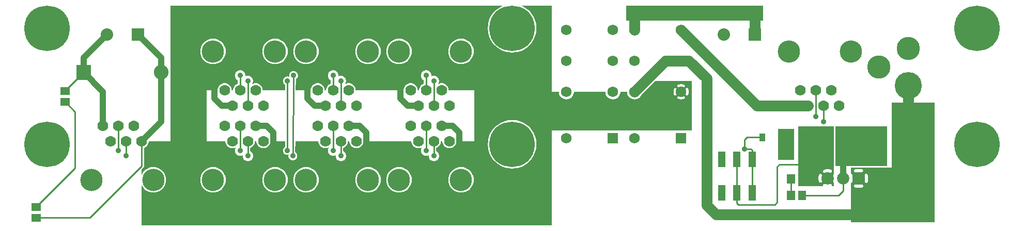
<source format=gbr>
G04 start of page 2 for group 0 idx 0 *
G04 Title: (unknown), top *
G04 Creator: pcb 20140316 *
G04 CreationDate: Thu 29 Nov 2018 09:53:53 PM GMT UTC *
G04 For: railfan *
G04 Format: Gerber/RS-274X *
G04 PCB-Dimensions (mil): 6340.00 1470.00 *
G04 PCB-Coordinate-Origin: lower left *
%MOIN*%
%FSLAX25Y25*%
%LNTOP*%
%ADD37C,0.0380*%
%ADD36C,0.0450*%
%ADD35C,0.1100*%
%ADD34C,0.1250*%
%ADD33C,0.0420*%
%ADD32C,0.1280*%
%ADD31C,0.0300*%
%ADD30C,0.1285*%
%ADD29C,0.0480*%
%ADD28C,0.0200*%
%ADD27C,0.0360*%
%ADD26R,0.0360X0.0360*%
%ADD25R,0.0470X0.0470*%
%ADD24R,0.0512X0.0512*%
%ADD23R,0.0630X0.0630*%
%ADD22C,0.0680*%
%ADD21C,0.0787*%
%ADD20C,0.1500*%
%ADD19C,0.1750*%
%ADD18C,0.0950*%
%ADD17C,0.1440*%
%ADD16C,0.2937*%
%ADD15C,0.0800*%
%ADD14C,0.0700*%
%ADD13C,0.0100*%
%ADD12C,0.0400*%
%ADD11C,0.0001*%
G54D11*G36*
X342500Y2500D02*X283987D01*
Y23776D01*
X284000Y23775D01*
X285287Y23876D01*
X286542Y24177D01*
X287734Y24671D01*
X288835Y25346D01*
X289816Y26184D01*
X290654Y27165D01*
X291329Y28266D01*
X291823Y29458D01*
X292124Y30713D01*
X292200Y32000D01*
X292124Y33287D01*
X291823Y34542D01*
X291329Y35734D01*
X290654Y36835D01*
X289816Y37816D01*
X288835Y38654D01*
X287734Y39329D01*
X286542Y39823D01*
X285287Y40124D01*
X284000Y40225D01*
X283987Y40224D01*
Y57000D01*
X301425D01*
X301268Y55000D01*
X301461Y52539D01*
X302038Y50138D01*
X302982Y47858D01*
X304272Y45753D01*
X305876Y43876D01*
X307753Y42272D01*
X309858Y40982D01*
X312138Y40038D01*
X314539Y39461D01*
X317000Y39268D01*
X319461Y39461D01*
X321862Y40038D01*
X324142Y40982D01*
X326247Y42272D01*
X328124Y43876D01*
X329728Y45753D01*
X331018Y47858D01*
X331962Y50138D01*
X332539Y52539D01*
X332684Y55000D01*
X332566Y57000D01*
X342500D01*
Y2500D01*
G37*
G36*
X283987D02*X243987D01*
Y23776D01*
X244000Y23775D01*
X245287Y23876D01*
X246542Y24177D01*
X247734Y24671D01*
X248835Y25346D01*
X249816Y26184D01*
X250654Y27165D01*
X251329Y28266D01*
X251823Y29458D01*
X252124Y30713D01*
X252200Y32000D01*
X252124Y33287D01*
X251823Y34542D01*
X251329Y35734D01*
X250654Y36835D01*
X249816Y37816D01*
X248835Y38654D01*
X247734Y39329D01*
X246542Y39823D01*
X245287Y40124D01*
X244000Y40225D01*
X243987Y40224D01*
Y57000D01*
X251986D01*
X252042Y56294D01*
X252207Y55605D01*
X252478Y54951D01*
X252848Y54347D01*
X253308Y53808D01*
X253847Y53348D01*
X254451Y52978D01*
X255105Y52707D01*
X255794Y52542D01*
X256500Y52486D01*
X257206Y52542D01*
X257895Y52707D01*
X258549Y52978D01*
X258904Y53195D01*
X258741Y53005D01*
X258461Y52548D01*
X258256Y52054D01*
X258132Y51534D01*
X258090Y51000D01*
X258132Y50466D01*
X258256Y49946D01*
X258461Y49452D01*
X258741Y48995D01*
X259088Y48588D01*
X259495Y48241D01*
X259952Y47961D01*
X260446Y47756D01*
X260966Y47632D01*
X261500Y47590D01*
X262034Y47632D01*
X262554Y47756D01*
X263048Y47961D01*
X263130Y48011D01*
X263090Y47500D01*
X263132Y46966D01*
X263256Y46446D01*
X263461Y45952D01*
X263741Y45495D01*
X264088Y45088D01*
X264495Y44741D01*
X264952Y44461D01*
X265446Y44256D01*
X265966Y44132D01*
X266500Y44090D01*
X267034Y44132D01*
X267554Y44256D01*
X268048Y44461D01*
X268505Y44741D01*
X268912Y45088D01*
X269259Y45495D01*
X269539Y45952D01*
X269744Y46446D01*
X269868Y46966D01*
X269900Y47500D01*
X269868Y48034D01*
X269744Y48554D01*
X269539Y49048D01*
X269259Y49505D01*
X268912Y49912D01*
X268505Y50259D01*
X268048Y50539D01*
X268000Y50559D01*
Y52751D01*
X268549Y52978D01*
X269153Y53348D01*
X269692Y53808D01*
X270152Y54347D01*
X270522Y54951D01*
X270793Y55605D01*
X270958Y56294D01*
X271000Y57000D01*
X271986D01*
X272042Y56294D01*
X272207Y55605D01*
X272478Y54951D01*
X272848Y54347D01*
X273308Y53808D01*
X273847Y53348D01*
X274451Y52978D01*
X275105Y52707D01*
X275794Y52542D01*
X276500Y52486D01*
X277206Y52542D01*
X277895Y52707D01*
X278549Y52978D01*
X279153Y53348D01*
X279692Y53808D01*
X280152Y54347D01*
X280522Y54951D01*
X280793Y55605D01*
X280958Y56294D01*
X281000Y57000D01*
X283987D01*
Y40224D01*
X282713Y40124D01*
X281458Y39823D01*
X280266Y39329D01*
X279165Y38654D01*
X278184Y37816D01*
X277346Y36835D01*
X276671Y35734D01*
X276177Y34542D01*
X275876Y33287D01*
X275775Y32000D01*
X275876Y30713D01*
X276177Y29458D01*
X276671Y28266D01*
X277346Y27165D01*
X278184Y26184D01*
X279165Y25346D01*
X280266Y24671D01*
X281458Y24177D01*
X282713Y23876D01*
X283987Y23776D01*
Y2500D01*
G37*
G36*
X243987D02*X223987D01*
Y23776D01*
X224000Y23775D01*
X225287Y23876D01*
X226542Y24177D01*
X227734Y24671D01*
X228835Y25346D01*
X229816Y26184D01*
X230654Y27165D01*
X231329Y28266D01*
X231823Y29458D01*
X232124Y30713D01*
X232200Y32000D01*
X232124Y33287D01*
X231823Y34542D01*
X231329Y35734D01*
X230654Y36835D01*
X229816Y37816D01*
X228835Y38654D01*
X227734Y39329D01*
X226542Y39823D01*
X225287Y40124D01*
X224000Y40225D01*
X223987Y40224D01*
Y57000D01*
X243987D01*
Y40224D01*
X242713Y40124D01*
X241458Y39823D01*
X240266Y39329D01*
X239165Y38654D01*
X238184Y37816D01*
X237346Y36835D01*
X236671Y35734D01*
X236177Y34542D01*
X235876Y33287D01*
X235775Y32000D01*
X235876Y30713D01*
X236177Y29458D01*
X236671Y28266D01*
X237346Y27165D01*
X238184Y26184D01*
X239165Y25346D01*
X240266Y24671D01*
X241458Y24177D01*
X242713Y23876D01*
X243987Y23776D01*
Y2500D01*
G37*
G36*
X223987D02*X183987D01*
Y23776D01*
X184000Y23775D01*
X185287Y23876D01*
X186542Y24177D01*
X187734Y24671D01*
X188835Y25346D01*
X189816Y26184D01*
X190654Y27165D01*
X191329Y28266D01*
X191823Y29458D01*
X192124Y30713D01*
X192200Y32000D01*
X192124Y33287D01*
X191823Y34542D01*
X191329Y35734D01*
X190654Y36835D01*
X189816Y37816D01*
X188835Y38654D01*
X187734Y39329D01*
X186542Y39823D01*
X185287Y40124D01*
X184000Y40225D01*
X183987Y40224D01*
Y57000D01*
X191986D01*
X192042Y56294D01*
X192207Y55605D01*
X192478Y54951D01*
X192848Y54347D01*
X193308Y53808D01*
X193847Y53348D01*
X194451Y52978D01*
X195105Y52707D01*
X195794Y52542D01*
X196500Y52486D01*
X197206Y52542D01*
X197895Y52707D01*
X198549Y52978D01*
X198904Y53195D01*
X198741Y53005D01*
X198461Y52548D01*
X198256Y52054D01*
X198132Y51534D01*
X198090Y51000D01*
X198132Y50466D01*
X198256Y49946D01*
X198461Y49452D01*
X198741Y48995D01*
X199088Y48588D01*
X199495Y48241D01*
X199952Y47961D01*
X200446Y47756D01*
X200966Y47632D01*
X201500Y47590D01*
X202034Y47632D01*
X202554Y47756D01*
X203048Y47961D01*
X203130Y48011D01*
X203090Y47500D01*
X203132Y46966D01*
X203256Y46446D01*
X203461Y45952D01*
X203741Y45495D01*
X204088Y45088D01*
X204495Y44741D01*
X204952Y44461D01*
X205446Y44256D01*
X205966Y44132D01*
X206500Y44090D01*
X207034Y44132D01*
X207554Y44256D01*
X208048Y44461D01*
X208505Y44741D01*
X208912Y45088D01*
X209259Y45495D01*
X209539Y45952D01*
X209744Y46446D01*
X209868Y46966D01*
X209900Y47500D01*
X209868Y48034D01*
X209744Y48554D01*
X209539Y49048D01*
X209259Y49505D01*
X208912Y49912D01*
X208505Y50259D01*
X208048Y50539D01*
X208000Y50559D01*
Y52751D01*
X208549Y52978D01*
X209153Y53348D01*
X209692Y53808D01*
X210152Y54347D01*
X210522Y54951D01*
X210793Y55605D01*
X210958Y56294D01*
X211000Y57000D01*
X211986D01*
X212042Y56294D01*
X212207Y55605D01*
X212478Y54951D01*
X212848Y54347D01*
X213308Y53808D01*
X213847Y53348D01*
X214451Y52978D01*
X215105Y52707D01*
X215794Y52542D01*
X216500Y52486D01*
X217206Y52542D01*
X217895Y52707D01*
X218549Y52978D01*
X219153Y53348D01*
X219692Y53808D01*
X220152Y54347D01*
X220522Y54951D01*
X220793Y55605D01*
X220958Y56294D01*
X221000Y57000D01*
X223987D01*
Y40224D01*
X222713Y40124D01*
X221458Y39823D01*
X220266Y39329D01*
X219165Y38654D01*
X218184Y37816D01*
X217346Y36835D01*
X216671Y35734D01*
X216177Y34542D01*
X215876Y33287D01*
X215775Y32000D01*
X215876Y30713D01*
X216177Y29458D01*
X216671Y28266D01*
X217346Y27165D01*
X218184Y26184D01*
X219165Y25346D01*
X220266Y24671D01*
X221458Y24177D01*
X222713Y23876D01*
X223987Y23776D01*
Y2500D01*
G37*
G36*
X183987D02*X163987D01*
Y23776D01*
X164000Y23775D01*
X165287Y23876D01*
X166542Y24177D01*
X167734Y24671D01*
X168835Y25346D01*
X169816Y26184D01*
X170654Y27165D01*
X171329Y28266D01*
X171823Y29458D01*
X172124Y30713D01*
X172200Y32000D01*
X172124Y33287D01*
X171823Y34542D01*
X171329Y35734D01*
X170654Y36835D01*
X169816Y37816D01*
X168835Y38654D01*
X167734Y39329D01*
X166542Y39823D01*
X165287Y40124D01*
X164000Y40225D01*
X163987Y40224D01*
Y57000D01*
X170500D01*
Y53365D01*
X170349Y53272D01*
X170014Y52986D01*
X169728Y52651D01*
X169497Y52275D01*
X169329Y51868D01*
X169226Y51439D01*
X169191Y51000D01*
X169226Y50561D01*
X169329Y50132D01*
X169497Y49725D01*
X169728Y49349D01*
X170014Y49014D01*
X170349Y48728D01*
X170725Y48497D01*
X171132Y48329D01*
X171561Y48226D01*
X172000Y48191D01*
X172439Y48226D01*
X172816Y48316D01*
X172726Y47939D01*
X172691Y47500D01*
X172726Y47061D01*
X172829Y46632D01*
X172997Y46225D01*
X173228Y45849D01*
X173514Y45514D01*
X173849Y45228D01*
X174225Y44997D01*
X174632Y44829D01*
X175061Y44726D01*
X175500Y44691D01*
X175939Y44726D01*
X176368Y44829D01*
X176775Y44997D01*
X177151Y45228D01*
X177486Y45514D01*
X177772Y45849D01*
X178003Y46225D01*
X178171Y46632D01*
X178274Y47061D01*
X178300Y47500D01*
X178274Y47939D01*
X178171Y48368D01*
X178003Y48775D01*
X177772Y49151D01*
X177486Y49486D01*
X177151Y49772D01*
X177023Y49851D01*
X177091Y57000D01*
X183987D01*
Y40224D01*
X182713Y40124D01*
X181458Y39823D01*
X180266Y39329D01*
X179165Y38654D01*
X178184Y37816D01*
X177346Y36835D01*
X176671Y35734D01*
X176177Y34542D01*
X175876Y33287D01*
X175775Y32000D01*
X175876Y30713D01*
X176177Y29458D01*
X176671Y28266D01*
X177346Y27165D01*
X178184Y26184D01*
X179165Y25346D01*
X180266Y24671D01*
X181458Y24177D01*
X182713Y23876D01*
X183987Y23776D01*
Y2500D01*
G37*
G36*
X163987D02*X123987D01*
Y23776D01*
X124000Y23775D01*
X125287Y23876D01*
X126542Y24177D01*
X127734Y24671D01*
X128835Y25346D01*
X129816Y26184D01*
X130654Y27165D01*
X131329Y28266D01*
X131823Y29458D01*
X132124Y30713D01*
X132200Y32000D01*
X132124Y33287D01*
X131823Y34542D01*
X131329Y35734D01*
X130654Y36835D01*
X129816Y37816D01*
X128835Y38654D01*
X127734Y39329D01*
X126542Y39823D01*
X125287Y40124D01*
X124000Y40225D01*
X123987Y40224D01*
Y57000D01*
X131986D01*
X132042Y56294D01*
X132207Y55605D01*
X132478Y54951D01*
X132848Y54347D01*
X133308Y53808D01*
X133847Y53348D01*
X134451Y52978D01*
X135105Y52707D01*
X135794Y52542D01*
X136500Y52486D01*
X137206Y52542D01*
X137895Y52707D01*
X138549Y52978D01*
X138904Y53195D01*
X138741Y53005D01*
X138461Y52548D01*
X138256Y52054D01*
X138132Y51534D01*
X138090Y51000D01*
X138132Y50466D01*
X138256Y49946D01*
X138461Y49452D01*
X138741Y48995D01*
X139088Y48588D01*
X139495Y48241D01*
X139952Y47961D01*
X140446Y47756D01*
X140966Y47632D01*
X141500Y47590D01*
X142034Y47632D01*
X142554Y47756D01*
X143048Y47961D01*
X143130Y48011D01*
X143090Y47500D01*
X143132Y46966D01*
X143256Y46446D01*
X143461Y45952D01*
X143741Y45495D01*
X144088Y45088D01*
X144495Y44741D01*
X144952Y44461D01*
X145446Y44256D01*
X145966Y44132D01*
X146500Y44090D01*
X147034Y44132D01*
X147554Y44256D01*
X148048Y44461D01*
X148505Y44741D01*
X148912Y45088D01*
X149259Y45495D01*
X149539Y45952D01*
X149744Y46446D01*
X149868Y46966D01*
X149900Y47500D01*
X149868Y48034D01*
X149744Y48554D01*
X149539Y49048D01*
X149259Y49505D01*
X148912Y49912D01*
X148505Y50259D01*
X148048Y50539D01*
X148000Y50559D01*
Y52751D01*
X148549Y52978D01*
X149153Y53348D01*
X149692Y53808D01*
X150152Y54347D01*
X150522Y54951D01*
X150793Y55605D01*
X150958Y56294D01*
X151000Y57000D01*
X151986D01*
X152042Y56294D01*
X152207Y55605D01*
X152478Y54951D01*
X152848Y54347D01*
X153308Y53808D01*
X153847Y53348D01*
X154451Y52978D01*
X155105Y52707D01*
X155794Y52542D01*
X156500Y52486D01*
X157206Y52542D01*
X157895Y52707D01*
X158549Y52978D01*
X159153Y53348D01*
X159692Y53808D01*
X160152Y54347D01*
X160522Y54951D01*
X160793Y55605D01*
X160958Y56294D01*
X161000Y57000D01*
X163987D01*
Y40224D01*
X162713Y40124D01*
X161458Y39823D01*
X160266Y39329D01*
X159165Y38654D01*
X158184Y37816D01*
X157346Y36835D01*
X156671Y35734D01*
X156177Y34542D01*
X155876Y33287D01*
X155775Y32000D01*
X155876Y30713D01*
X156177Y29458D01*
X156671Y28266D01*
X157346Y27165D01*
X158184Y26184D01*
X159165Y25346D01*
X160266Y24671D01*
X161458Y24177D01*
X162713Y23876D01*
X163987Y23776D01*
Y2500D01*
G37*
G36*
X123987D02*X78000D01*
Y28679D01*
X78171Y28266D01*
X78846Y27165D01*
X79684Y26184D01*
X80665Y25346D01*
X81766Y24671D01*
X82958Y24177D01*
X84213Y23876D01*
X85500Y23775D01*
X86787Y23876D01*
X88042Y24177D01*
X89234Y24671D01*
X90335Y25346D01*
X91316Y26184D01*
X92154Y27165D01*
X92829Y28266D01*
X93323Y29458D01*
X93624Y30713D01*
X93700Y32000D01*
X93624Y33287D01*
X93323Y34542D01*
X92829Y35734D01*
X92154Y36835D01*
X91316Y37816D01*
X90335Y38654D01*
X89234Y39329D01*
X88042Y39823D01*
X86787Y40124D01*
X85500Y40225D01*
X84213Y40124D01*
X82958Y39823D01*
X81766Y39329D01*
X80665Y38654D01*
X79684Y37816D01*
X78846Y36835D01*
X78171Y35734D01*
X78000Y35321D01*
Y38879D01*
X79019Y39898D01*
X79064Y39936D01*
X79217Y40115D01*
X79217Y40116D01*
X79341Y40317D01*
X79431Y40535D01*
X79486Y40765D01*
X79505Y41000D01*
X79500Y41059D01*
Y52751D01*
X80049Y52978D01*
X80653Y53348D01*
X81192Y53808D01*
X81652Y54347D01*
X82022Y54951D01*
X82293Y55605D01*
X82458Y56294D01*
X82500Y57000D01*
X123987D01*
Y40224D01*
X122713Y40124D01*
X121458Y39823D01*
X120266Y39329D01*
X119165Y38654D01*
X118184Y37816D01*
X117346Y36835D01*
X116671Y35734D01*
X116177Y34542D01*
X115876Y33287D01*
X115775Y32000D01*
X115876Y30713D01*
X116177Y29458D01*
X116671Y28266D01*
X117346Y27165D01*
X118184Y26184D01*
X119165Y25346D01*
X120266Y24671D01*
X121458Y24177D01*
X122713Y23876D01*
X123987Y23776D01*
Y2500D01*
G37*
G36*
X342500Y144500D02*Y90000D01*
X283987D01*
Y106776D01*
X284000Y106775D01*
X285287Y106876D01*
X286542Y107177D01*
X287734Y107671D01*
X288835Y108346D01*
X289816Y109184D01*
X290654Y110165D01*
X291329Y111266D01*
X291823Y112458D01*
X292124Y113713D01*
X292200Y115000D01*
X292124Y116287D01*
X291823Y117542D01*
X291329Y118734D01*
X290654Y119835D01*
X289816Y120816D01*
X288835Y121654D01*
X287734Y122329D01*
X286542Y122823D01*
X285287Y123124D01*
X284000Y123225D01*
X283987Y123224D01*
Y144500D01*
X311022D01*
X309858Y144018D01*
X307753Y142728D01*
X305876Y141124D01*
X304272Y139247D01*
X302982Y137142D01*
X302038Y134862D01*
X301461Y132461D01*
X301268Y130000D01*
X301461Y127539D01*
X302038Y125138D01*
X302982Y122858D01*
X304272Y120753D01*
X305876Y118876D01*
X307753Y117272D01*
X309858Y115982D01*
X312138Y115038D01*
X314539Y114461D01*
X317000Y114268D01*
X319461Y114461D01*
X321862Y115038D01*
X324142Y115982D01*
X326247Y117272D01*
X328124Y118876D01*
X329728Y120753D01*
X331018Y122858D01*
X331962Y125138D01*
X332539Y127539D01*
X332684Y130000D01*
X332539Y132461D01*
X331962Y134862D01*
X331018Y137142D01*
X329728Y139247D01*
X328124Y141124D01*
X326247Y142728D01*
X324142Y144018D01*
X322978Y144500D01*
X342500D01*
G37*
G36*
X283987Y90000D02*X276000D01*
X275958Y90706D01*
X275793Y91395D01*
X275522Y92049D01*
X275152Y92653D01*
X274692Y93192D01*
X274153Y93652D01*
X273549Y94022D01*
X272895Y94293D01*
X272206Y94458D01*
X271500Y94514D01*
X270794Y94458D01*
X270105Y94293D01*
X269451Y94022D01*
X269096Y93805D01*
X269259Y93995D01*
X269539Y94452D01*
X269744Y94946D01*
X269868Y95466D01*
X269900Y96000D01*
X269868Y96534D01*
X269744Y97054D01*
X269539Y97548D01*
X269259Y98005D01*
X268912Y98412D01*
X268505Y98759D01*
X268048Y99039D01*
X267554Y99244D01*
X267034Y99368D01*
X266500Y99410D01*
X265966Y99368D01*
X265446Y99244D01*
X264952Y99039D01*
X264870Y98989D01*
X264900Y99500D01*
X264868Y100034D01*
X264744Y100554D01*
X264539Y101048D01*
X264259Y101505D01*
X263912Y101912D01*
X263505Y102259D01*
X263048Y102539D01*
X262554Y102744D01*
X262034Y102868D01*
X261500Y102910D01*
X260966Y102868D01*
X260446Y102744D01*
X259952Y102539D01*
X259495Y102259D01*
X259088Y101912D01*
X258741Y101505D01*
X258461Y101048D01*
X258256Y100554D01*
X258132Y100034D01*
X258090Y99500D01*
X258132Y98966D01*
X258256Y98446D01*
X258461Y97952D01*
X258741Y97495D01*
X259088Y97088D01*
X259495Y96741D01*
X259952Y96461D01*
X260000Y96441D01*
Y94249D01*
X259451Y94022D01*
X258847Y93652D01*
X258308Y93192D01*
X257848Y92653D01*
X257478Y92049D01*
X257207Y91395D01*
X257042Y90706D01*
X256986Y90000D01*
X256000D01*
X255958Y90706D01*
X255793Y91395D01*
X255522Y92049D01*
X255152Y92653D01*
X254692Y93192D01*
X254153Y93652D01*
X253549Y94022D01*
X252895Y94293D01*
X252206Y94458D01*
X251500Y94514D01*
X250794Y94458D01*
X250105Y94293D01*
X249451Y94022D01*
X248847Y93652D01*
X248308Y93192D01*
X247848Y92653D01*
X247478Y92049D01*
X247207Y91395D01*
X247042Y90706D01*
X246986Y90000D01*
X243987D01*
Y106776D01*
X244000Y106775D01*
X245287Y106876D01*
X246542Y107177D01*
X247734Y107671D01*
X248835Y108346D01*
X249816Y109184D01*
X250654Y110165D01*
X251329Y111266D01*
X251823Y112458D01*
X252124Y113713D01*
X252200Y115000D01*
X252124Y116287D01*
X251823Y117542D01*
X251329Y118734D01*
X250654Y119835D01*
X249816Y120816D01*
X248835Y121654D01*
X247734Y122329D01*
X246542Y122823D01*
X245287Y123124D01*
X244000Y123225D01*
X243987Y123224D01*
Y144500D01*
X283987D01*
Y123224D01*
X282713Y123124D01*
X281458Y122823D01*
X280266Y122329D01*
X279165Y121654D01*
X278184Y120816D01*
X277346Y119835D01*
X276671Y118734D01*
X276177Y117542D01*
X275876Y116287D01*
X275775Y115000D01*
X275876Y113713D01*
X276177Y112458D01*
X276671Y111266D01*
X277346Y110165D01*
X278184Y109184D01*
X279165Y108346D01*
X280266Y107671D01*
X281458Y107177D01*
X282713Y106876D01*
X283987Y106776D01*
Y90000D01*
G37*
G36*
X243987D02*X223987D01*
Y106776D01*
X224000Y106775D01*
X225287Y106876D01*
X226542Y107177D01*
X227734Y107671D01*
X228835Y108346D01*
X229816Y109184D01*
X230654Y110165D01*
X231329Y111266D01*
X231823Y112458D01*
X232124Y113713D01*
X232200Y115000D01*
X232124Y116287D01*
X231823Y117542D01*
X231329Y118734D01*
X230654Y119835D01*
X229816Y120816D01*
X228835Y121654D01*
X227734Y122329D01*
X226542Y122823D01*
X225287Y123124D01*
X224000Y123225D01*
X223987Y123224D01*
Y144500D01*
X243987D01*
Y123224D01*
X242713Y123124D01*
X241458Y122823D01*
X240266Y122329D01*
X239165Y121654D01*
X238184Y120816D01*
X237346Y119835D01*
X236671Y118734D01*
X236177Y117542D01*
X235876Y116287D01*
X235775Y115000D01*
X235876Y113713D01*
X236177Y112458D01*
X236671Y111266D01*
X237346Y110165D01*
X238184Y109184D01*
X239165Y108346D01*
X240266Y107671D01*
X241458Y107177D01*
X242713Y106876D01*
X243987Y106776D01*
Y90000D01*
G37*
G36*
X223987D02*X216000D01*
X215958Y90706D01*
X215793Y91395D01*
X215522Y92049D01*
X215152Y92653D01*
X214692Y93192D01*
X214153Y93652D01*
X213549Y94022D01*
X212895Y94293D01*
X212206Y94458D01*
X211500Y94514D01*
X210794Y94458D01*
X210105Y94293D01*
X209451Y94022D01*
X209096Y93805D01*
X209259Y93995D01*
X209539Y94452D01*
X209744Y94946D01*
X209868Y95466D01*
X209900Y96000D01*
X209868Y96534D01*
X209744Y97054D01*
X209539Y97548D01*
X209259Y98005D01*
X208912Y98412D01*
X208505Y98759D01*
X208048Y99039D01*
X207554Y99244D01*
X207034Y99368D01*
X206500Y99410D01*
X205966Y99368D01*
X205446Y99244D01*
X204952Y99039D01*
X204870Y98989D01*
X204900Y99500D01*
X204868Y100034D01*
X204744Y100554D01*
X204539Y101048D01*
X204259Y101505D01*
X203912Y101912D01*
X203505Y102259D01*
X203048Y102539D01*
X202554Y102744D01*
X202034Y102868D01*
X201500Y102910D01*
X200966Y102868D01*
X200446Y102744D01*
X199952Y102539D01*
X199495Y102259D01*
X199088Y101912D01*
X198741Y101505D01*
X198461Y101048D01*
X198256Y100554D01*
X198132Y100034D01*
X198090Y99500D01*
X198132Y98966D01*
X198256Y98446D01*
X198461Y97952D01*
X198741Y97495D01*
X199088Y97088D01*
X199495Y96741D01*
X199952Y96461D01*
X200000Y96441D01*
Y94249D01*
X199451Y94022D01*
X198847Y93652D01*
X198308Y93192D01*
X197848Y92653D01*
X197478Y92049D01*
X197207Y91395D01*
X197042Y90706D01*
X196986Y90000D01*
X196000D01*
X195958Y90706D01*
X195793Y91395D01*
X195522Y92049D01*
X195152Y92653D01*
X194692Y93192D01*
X194153Y93652D01*
X193549Y94022D01*
X192895Y94293D01*
X192206Y94458D01*
X191500Y94514D01*
X190794Y94458D01*
X190105Y94293D01*
X189451Y94022D01*
X188847Y93652D01*
X188308Y93192D01*
X187848Y92653D01*
X187478Y92049D01*
X187207Y91395D01*
X187042Y90706D01*
X186986Y90000D01*
X183987D01*
Y106776D01*
X184000Y106775D01*
X185287Y106876D01*
X186542Y107177D01*
X187734Y107671D01*
X188835Y108346D01*
X189816Y109184D01*
X190654Y110165D01*
X191329Y111266D01*
X191823Y112458D01*
X192124Y113713D01*
X192200Y115000D01*
X192124Y116287D01*
X191823Y117542D01*
X191329Y118734D01*
X190654Y119835D01*
X189816Y120816D01*
X188835Y121654D01*
X187734Y122329D01*
X186542Y122823D01*
X185287Y123124D01*
X184000Y123225D01*
X183987Y123224D01*
Y144500D01*
X223987D01*
Y123224D01*
X222713Y123124D01*
X221458Y122823D01*
X220266Y122329D01*
X219165Y121654D01*
X218184Y120816D01*
X217346Y119835D01*
X216671Y118734D01*
X216177Y117542D01*
X215876Y116287D01*
X215775Y115000D01*
X215876Y113713D01*
X216177Y112458D01*
X216671Y111266D01*
X217346Y110165D01*
X218184Y109184D01*
X219165Y108346D01*
X220266Y107671D01*
X221458Y107177D01*
X222713Y106876D01*
X223987Y106776D01*
Y90000D01*
G37*
G36*
X183987D02*X177409D01*
X177477Y97121D01*
X177651Y97228D01*
X177986Y97514D01*
X178272Y97849D01*
X178503Y98225D01*
X178671Y98632D01*
X178774Y99061D01*
X178800Y99500D01*
X178774Y99939D01*
X178671Y100368D01*
X178503Y100775D01*
X178272Y101151D01*
X177986Y101486D01*
X177651Y101772D01*
X177275Y102003D01*
X176868Y102171D01*
X176439Y102274D01*
X176000Y102309D01*
X175561Y102274D01*
X175132Y102171D01*
X174725Y102003D01*
X174349Y101772D01*
X174014Y101486D01*
X173728Y101151D01*
X173497Y100775D01*
X173329Y100368D01*
X173226Y99939D01*
X173191Y99500D01*
X173226Y99061D01*
X173329Y98632D01*
X173419Y98414D01*
X173275Y98503D01*
X172868Y98671D01*
X172439Y98774D01*
X172000Y98809D01*
X171561Y98774D01*
X171132Y98671D01*
X170725Y98503D01*
X170349Y98272D01*
X170014Y97986D01*
X169728Y97651D01*
X169497Y97275D01*
X169329Y96868D01*
X169226Y96439D01*
X169191Y96000D01*
X169226Y95561D01*
X169329Y95132D01*
X169497Y94725D01*
X169728Y94349D01*
X170014Y94014D01*
X170349Y93728D01*
X170500Y93635D01*
Y90000D01*
X163987D01*
Y106776D01*
X164000Y106775D01*
X165287Y106876D01*
X166542Y107177D01*
X167734Y107671D01*
X168835Y108346D01*
X169816Y109184D01*
X170654Y110165D01*
X171329Y111266D01*
X171823Y112458D01*
X172124Y113713D01*
X172200Y115000D01*
X172124Y116287D01*
X171823Y117542D01*
X171329Y118734D01*
X170654Y119835D01*
X169816Y120816D01*
X168835Y121654D01*
X167734Y122329D01*
X166542Y122823D01*
X165287Y123124D01*
X164000Y123225D01*
X163987Y123224D01*
Y144500D01*
X183987D01*
Y123224D01*
X182713Y123124D01*
X181458Y122823D01*
X180266Y122329D01*
X179165Y121654D01*
X178184Y120816D01*
X177346Y119835D01*
X176671Y118734D01*
X176177Y117542D01*
X175876Y116287D01*
X175775Y115000D01*
X175876Y113713D01*
X176177Y112458D01*
X176671Y111266D01*
X177346Y110165D01*
X178184Y109184D01*
X179165Y108346D01*
X180266Y107671D01*
X181458Y107177D01*
X182713Y106876D01*
X183987Y106776D01*
Y90000D01*
G37*
G36*
X163987D02*X156000D01*
X155958Y90706D01*
X155793Y91395D01*
X155522Y92049D01*
X155152Y92653D01*
X154692Y93192D01*
X154153Y93652D01*
X153549Y94022D01*
X152895Y94293D01*
X152206Y94458D01*
X151500Y94514D01*
X150794Y94458D01*
X150105Y94293D01*
X149451Y94022D01*
X149096Y93805D01*
X149259Y93995D01*
X149539Y94452D01*
X149744Y94946D01*
X149868Y95466D01*
X149900Y96000D01*
X149868Y96534D01*
X149744Y97054D01*
X149539Y97548D01*
X149259Y98005D01*
X148912Y98412D01*
X148505Y98759D01*
X148048Y99039D01*
X147554Y99244D01*
X147034Y99368D01*
X146500Y99410D01*
X145966Y99368D01*
X145446Y99244D01*
X144952Y99039D01*
X144870Y98989D01*
X144900Y99500D01*
X144868Y100034D01*
X144744Y100554D01*
X144539Y101048D01*
X144259Y101505D01*
X143912Y101912D01*
X143505Y102259D01*
X143048Y102539D01*
X142554Y102744D01*
X142034Y102868D01*
X141500Y102910D01*
X140966Y102868D01*
X140446Y102744D01*
X139952Y102539D01*
X139495Y102259D01*
X139088Y101912D01*
X138741Y101505D01*
X138461Y101048D01*
X138256Y100554D01*
X138132Y100034D01*
X138090Y99500D01*
X138132Y98966D01*
X138256Y98446D01*
X138461Y97952D01*
X138741Y97495D01*
X139088Y97088D01*
X139495Y96741D01*
X139952Y96461D01*
X140000Y96441D01*
Y94249D01*
X139451Y94022D01*
X138847Y93652D01*
X138308Y93192D01*
X137848Y92653D01*
X137478Y92049D01*
X137207Y91395D01*
X137042Y90706D01*
X136986Y90000D01*
X136000D01*
X135958Y90706D01*
X135793Y91395D01*
X135522Y92049D01*
X135152Y92653D01*
X134692Y93192D01*
X134153Y93652D01*
X133549Y94022D01*
X132895Y94293D01*
X132206Y94458D01*
X131500Y94514D01*
X130794Y94458D01*
X130105Y94293D01*
X129451Y94022D01*
X128847Y93652D01*
X128308Y93192D01*
X127848Y92653D01*
X127478Y92049D01*
X127207Y91395D01*
X127042Y90706D01*
X126986Y90000D01*
X123987D01*
Y106776D01*
X124000Y106775D01*
X125287Y106876D01*
X126542Y107177D01*
X127734Y107671D01*
X128835Y108346D01*
X129816Y109184D01*
X130654Y110165D01*
X131329Y111266D01*
X131823Y112458D01*
X132124Y113713D01*
X132200Y115000D01*
X132124Y116287D01*
X131823Y117542D01*
X131329Y118734D01*
X130654Y119835D01*
X129816Y120816D01*
X128835Y121654D01*
X127734Y122329D01*
X126542Y122823D01*
X125287Y123124D01*
X124000Y123225D01*
X123987Y123224D01*
Y144500D01*
X163987D01*
Y123224D01*
X162713Y123124D01*
X161458Y122823D01*
X160266Y122329D01*
X159165Y121654D01*
X158184Y120816D01*
X157346Y119835D01*
X156671Y118734D01*
X156177Y117542D01*
X155876Y116287D01*
X155775Y115000D01*
X155876Y113713D01*
X156177Y112458D01*
X156671Y111266D01*
X157346Y110165D01*
X158184Y109184D01*
X159165Y108346D01*
X160266Y107671D01*
X161458Y107177D01*
X162713Y106876D01*
X163987Y106776D01*
Y90000D01*
G37*
G36*
X123987D02*X96500D01*
Y144500D01*
X123987D01*
Y123224D01*
X122713Y123124D01*
X121458Y122823D01*
X120266Y122329D01*
X119165Y121654D01*
X118184Y120816D01*
X117346Y119835D01*
X116671Y118734D01*
X116177Y117542D01*
X115876Y116287D01*
X115775Y115000D01*
X115876Y113713D01*
X116177Y112458D01*
X116671Y111266D01*
X117346Y110165D01*
X118184Y109184D01*
X119165Y108346D01*
X120266Y107671D01*
X121458Y107177D01*
X122713Y106876D01*
X123987Y106776D01*
Y90000D01*
G37*
G36*
X96500Y144500D02*X120000D01*
Y122166D01*
X119165Y121654D01*
X118184Y120816D01*
X117346Y119835D01*
X116671Y118734D01*
X116177Y117542D01*
X115876Y116287D01*
X115775Y115000D01*
X115876Y113713D01*
X116177Y112458D01*
X116671Y111266D01*
X117346Y110165D01*
X118184Y109184D01*
X119165Y108346D01*
X120000Y107834D01*
Y49000D01*
X96500D01*
Y144500D01*
G37*
G36*
X342500D02*Y2500D01*
X316976D01*
Y39270D01*
X317000Y39268D01*
X319461Y39461D01*
X321862Y40038D01*
X324142Y40982D01*
X326247Y42272D01*
X328124Y43876D01*
X329728Y45753D01*
X331018Y47858D01*
X331962Y50138D01*
X332539Y52539D01*
X332684Y55000D01*
X332539Y57461D01*
X331962Y59862D01*
X331018Y62142D01*
X329728Y64247D01*
X328124Y66124D01*
X326247Y67728D01*
X324142Y69018D01*
X321862Y69962D01*
X319461Y70539D01*
X317000Y70732D01*
X316976Y70730D01*
Y114270D01*
X317000Y114268D01*
X319461Y114461D01*
X321862Y115038D01*
X324142Y115982D01*
X326247Y117272D01*
X328124Y118876D01*
X329728Y120753D01*
X331018Y122858D01*
X331962Y125138D01*
X332539Y127539D01*
X332684Y130000D01*
X332539Y132461D01*
X331962Y134862D01*
X331018Y137142D01*
X329728Y139247D01*
X328124Y141124D01*
X326247Y142728D01*
X324142Y144018D01*
X322978Y144500D01*
X342500D01*
G37*
G36*
X316976Y2500D02*X292500D01*
Y144500D01*
X311022D01*
X309858Y144018D01*
X307753Y142728D01*
X305876Y141124D01*
X304272Y139247D01*
X302982Y137142D01*
X302038Y134862D01*
X301461Y132461D01*
X301268Y130000D01*
X301461Y127539D01*
X302038Y125138D01*
X302982Y122858D01*
X304272Y120753D01*
X305876Y118876D01*
X307753Y117272D01*
X309858Y115982D01*
X312138Y115038D01*
X314539Y114461D01*
X316976Y114270D01*
Y70730D01*
X314539Y70539D01*
X312138Y69962D01*
X309858Y69018D01*
X307753Y67728D01*
X305876Y66124D01*
X304272Y64247D01*
X302982Y62142D01*
X302038Y59862D01*
X301461Y57461D01*
X301268Y55000D01*
X301461Y52539D01*
X302038Y50138D01*
X302982Y47858D01*
X304272Y45753D01*
X305876Y43876D01*
X307753Y42272D01*
X309858Y40982D01*
X312138Y40038D01*
X314539Y39461D01*
X316976Y39270D01*
Y2500D01*
G37*
G36*
X559000Y66500D02*Y41000D01*
X525500D01*
Y66500D01*
X559000D01*
G37*
G36*
X524500D02*Y35650D01*
X524439Y35607D01*
X524326Y35496D01*
X524232Y35370D01*
X524158Y35230D01*
X524108Y35080D01*
X524081Y34924D01*
X524079Y34766D01*
X524102Y34610D01*
X524152Y34460D01*
X524278Y34108D01*
X524366Y33744D01*
X524419Y33374D01*
X524437Y33000D01*
X524419Y32626D01*
X524366Y32256D01*
X524278Y31892D01*
X524156Y31539D01*
X524106Y31389D01*
X524083Y31234D01*
X524085Y31076D01*
X524112Y30921D01*
X524162Y30772D01*
X524236Y30633D01*
X524330Y30507D01*
X524442Y30397D01*
X524500Y30356D01*
Y28000D01*
X523249D01*
X523259Y28019D01*
X523309Y28168D01*
X523336Y28324D01*
X523338Y28482D01*
X523315Y28639D01*
X523268Y28790D01*
X523198Y28931D01*
X523107Y29061D01*
X522996Y29174D01*
X522870Y29268D01*
X522730Y29342D01*
X522580Y29392D01*
X522424Y29419D01*
X522266Y29421D01*
X522110Y29398D01*
X521960Y29348D01*
X521608Y29222D01*
X521244Y29134D01*
X520874Y29081D01*
X520500Y29063D01*
X520498Y29063D01*
Y36937D01*
X520500Y36937D01*
X520874Y36919D01*
X521244Y36866D01*
X521608Y36778D01*
X521961Y36656D01*
X522111Y36606D01*
X522266Y36583D01*
X522424Y36585D01*
X522579Y36612D01*
X522728Y36662D01*
X522867Y36736D01*
X522993Y36830D01*
X523103Y36942D01*
X523194Y37071D01*
X523264Y37212D01*
X523311Y37362D01*
X523333Y37518D01*
X523332Y37675D01*
X523305Y37831D01*
X523254Y37980D01*
X523181Y38119D01*
X523087Y38245D01*
X522975Y38355D01*
X522846Y38446D01*
X522704Y38513D01*
X522172Y38704D01*
X521623Y38837D01*
X521064Y38917D01*
X520500Y38944D01*
X520498Y38944D01*
Y66500D01*
X524500D01*
G37*
G36*
X520498Y29063D02*X520126Y29081D01*
X519756Y29134D01*
X519392Y29222D01*
X519039Y29344D01*
X518889Y29394D01*
X518734Y29417D01*
X518576Y29415D01*
X518421Y29388D01*
X518272Y29338D01*
X518133Y29264D01*
X518007Y29170D01*
X517897Y29058D01*
X517806Y28929D01*
X517736Y28788D01*
X517689Y28638D01*
X517667Y28482D01*
X517668Y28325D01*
X517695Y28169D01*
X517746Y28020D01*
X517756Y28000D01*
X515739D01*
Y30179D01*
X515824Y30164D01*
X515982Y30162D01*
X516139Y30185D01*
X516290Y30232D01*
X516431Y30302D01*
X516561Y30393D01*
X516674Y30504D01*
X516768Y30630D01*
X516842Y30770D01*
X516892Y30920D01*
X516919Y31076D01*
X516921Y31234D01*
X516898Y31390D01*
X516848Y31540D01*
X516722Y31892D01*
X516634Y32256D01*
X516581Y32626D01*
X516563Y33000D01*
X516581Y33374D01*
X516634Y33744D01*
X516722Y34108D01*
X516844Y34461D01*
X516894Y34611D01*
X516917Y34766D01*
X516915Y34924D01*
X516888Y35079D01*
X516838Y35228D01*
X516764Y35367D01*
X516670Y35493D01*
X516558Y35603D01*
X516429Y35694D01*
X516288Y35764D01*
X516138Y35811D01*
X515982Y35833D01*
X515825Y35832D01*
X515739Y35817D01*
Y66500D01*
X520498D01*
Y38944D01*
X519936Y38917D01*
X519377Y38837D01*
X518828Y38704D01*
X518294Y38519D01*
X518152Y38450D01*
X518023Y38358D01*
X517909Y38248D01*
X517815Y38121D01*
X517741Y37981D01*
X517691Y37832D01*
X517664Y37676D01*
X517662Y37518D01*
X517685Y37361D01*
X517732Y37210D01*
X517802Y37069D01*
X517893Y36939D01*
X518004Y36826D01*
X518130Y36732D01*
X518270Y36658D01*
X518420Y36608D01*
X518576Y36581D01*
X518734Y36579D01*
X518890Y36602D01*
X519040Y36652D01*
X519392Y36778D01*
X519756Y36866D01*
X520126Y36919D01*
X520498Y36937D01*
Y29063D01*
G37*
G36*
X515739Y28000D02*X501500D01*
Y66500D01*
X515739D01*
Y35817D01*
X515669Y35805D01*
X515520Y35754D01*
X515381Y35681D01*
X515255Y35587D01*
X515145Y35475D01*
X515054Y35346D01*
X514987Y35204D01*
X514796Y34672D01*
X514663Y34123D01*
X514583Y33564D01*
X514556Y33000D01*
X514583Y32436D01*
X514663Y31877D01*
X514796Y31328D01*
X514981Y30794D01*
X515050Y30652D01*
X515142Y30523D01*
X515252Y30409D01*
X515379Y30315D01*
X515519Y30241D01*
X515668Y30191D01*
X515739Y30179D01*
Y28000D01*
G37*
G36*
X488500Y65000D02*X499000D01*
Y45000D01*
X488500D01*
Y65000D01*
G37*
G36*
X562000Y82000D02*X589500D01*
Y4500D01*
X562000D01*
Y82000D01*
G37*
G36*
X545437Y40000D02*X573000D01*
Y4500D01*
X545437D01*
Y30060D01*
X545594Y30072D01*
X545747Y30109D01*
X545892Y30169D01*
X546027Y30251D01*
X546146Y30354D01*
X546249Y30473D01*
X546331Y30608D01*
X546391Y30753D01*
X546428Y30906D01*
X546437Y31063D01*
Y34937D01*
X546428Y35094D01*
X546391Y35247D01*
X546331Y35392D01*
X546249Y35527D01*
X546146Y35646D01*
X546027Y35749D01*
X545892Y35831D01*
X545747Y35891D01*
X545594Y35928D01*
X545437Y35940D01*
Y40000D01*
G37*
G36*
X540500D02*X545437D01*
Y35940D01*
X545280Y35928D01*
X545127Y35891D01*
X544982Y35831D01*
X544847Y35749D01*
X544728Y35646D01*
X544625Y35527D01*
X544543Y35392D01*
X544483Y35247D01*
X544446Y35094D01*
X544437Y34937D01*
Y31063D01*
X544446Y30906D01*
X544483Y30753D01*
X544543Y30608D01*
X544625Y30473D01*
X544728Y30354D01*
X544847Y30251D01*
X544982Y30169D01*
X545127Y30109D01*
X545280Y30072D01*
X545437Y30060D01*
Y4500D01*
X540500D01*
Y27063D01*
X542437D01*
X542594Y27072D01*
X542747Y27109D01*
X542892Y27169D01*
X543027Y27251D01*
X543146Y27354D01*
X543249Y27473D01*
X543331Y27608D01*
X543391Y27753D01*
X543428Y27906D01*
X543440Y28063D01*
X543428Y28220D01*
X543391Y28373D01*
X543331Y28518D01*
X543249Y28653D01*
X543146Y28772D01*
X543027Y28875D01*
X542892Y28957D01*
X542747Y29017D01*
X542594Y29054D01*
X542437Y29063D01*
X540500D01*
Y36937D01*
X542437D01*
X542594Y36946D01*
X542747Y36983D01*
X542892Y37043D01*
X543027Y37125D01*
X543146Y37228D01*
X543249Y37347D01*
X543331Y37482D01*
X543391Y37627D01*
X543428Y37780D01*
X543440Y37937D01*
X543428Y38094D01*
X543391Y38247D01*
X543331Y38392D01*
X543249Y38527D01*
X543146Y38646D01*
X543027Y38749D01*
X542892Y38831D01*
X542747Y38891D01*
X542594Y38928D01*
X542437Y38937D01*
X540500D01*
Y40000D01*
G37*
G36*
X535500D02*X540500D01*
Y38937D01*
X538563D01*
X538406Y38928D01*
X538253Y38891D01*
X538108Y38831D01*
X537973Y38749D01*
X537854Y38646D01*
X537751Y38527D01*
X537669Y38392D01*
X537609Y38247D01*
X537572Y38094D01*
X537560Y37937D01*
X537572Y37780D01*
X537609Y37627D01*
X537669Y37482D01*
X537751Y37347D01*
X537854Y37228D01*
X537973Y37125D01*
X538108Y37043D01*
X538253Y36983D01*
X538406Y36946D01*
X538563Y36937D01*
X540500D01*
Y29063D01*
X538563D01*
X538406Y29054D01*
X538253Y29017D01*
X538108Y28957D01*
X537973Y28875D01*
X537854Y28772D01*
X537751Y28653D01*
X537669Y28518D01*
X537609Y28373D01*
X537572Y28220D01*
X537560Y28063D01*
X537572Y27906D01*
X537609Y27753D01*
X537669Y27608D01*
X537751Y27473D01*
X537854Y27354D01*
X537973Y27251D01*
X538108Y27169D01*
X538253Y27109D01*
X538406Y27072D01*
X538563Y27063D01*
X540500D01*
Y4500D01*
X535500D01*
Y29797D01*
X535666Y30068D01*
X535720Y30072D01*
X535873Y30109D01*
X536018Y30169D01*
X536153Y30251D01*
X536272Y30354D01*
X536375Y30473D01*
X536457Y30608D01*
X536517Y30753D01*
X536554Y30906D01*
X536563Y31063D01*
Y34937D01*
X536554Y35094D01*
X536517Y35247D01*
X536457Y35392D01*
X536375Y35527D01*
X536272Y35646D01*
X536153Y35749D01*
X536018Y35831D01*
X535873Y35891D01*
X535720Y35928D01*
X535666Y35932D01*
X535500Y36203D01*
Y40000D01*
G37*
G36*
X426002Y89000D02*X429396D01*
Y88840D01*
X429366Y88521D01*
X429306Y88207D01*
X429217Y87899D01*
X429099Y87601D01*
X429057Y87491D01*
X429035Y87375D01*
X429031Y87257D01*
X429046Y87140D01*
X429079Y87027D01*
X429129Y86920D01*
X429196Y86822D01*
X429276Y86736D01*
X429370Y86664D01*
X429473Y86607D01*
X429584Y86567D01*
X429700Y86545D01*
X429818Y86541D01*
X429935Y86556D01*
X430049Y86589D01*
X430155Y86639D01*
X430253Y86706D01*
X430339Y86787D01*
X430411Y86880D01*
X430466Y86984D01*
X430641Y87412D01*
X430770Y87855D01*
X430857Y88309D01*
X430900Y88769D01*
Y89000D01*
X433000D01*
Y64000D01*
X426002D01*
Y84100D01*
X426231D01*
X426691Y84143D01*
X427145Y84230D01*
X427588Y84359D01*
X428018Y84529D01*
X428122Y84585D01*
X428216Y84658D01*
X428297Y84745D01*
X428364Y84843D01*
X428414Y84950D01*
X428448Y85064D01*
X428462Y85182D01*
X428459Y85300D01*
X428436Y85417D01*
X428396Y85528D01*
X428339Y85632D01*
X428266Y85726D01*
X428180Y85807D01*
X428082Y85874D01*
X427975Y85925D01*
X427861Y85958D01*
X427743Y85973D01*
X427624Y85969D01*
X427508Y85947D01*
X427397Y85904D01*
X427101Y85783D01*
X426793Y85694D01*
X426479Y85634D01*
X426160Y85604D01*
X426002D01*
Y89000D01*
G37*
G36*
X338500Y64000D02*Y89000D01*
X347085D01*
X347145Y88231D01*
X347325Y87481D01*
X347621Y86769D01*
X348024Y86111D01*
X348524Y85524D01*
X349111Y85024D01*
X349769Y84621D01*
X350481Y84325D01*
X351231Y84145D01*
X352000Y84085D01*
X352769Y84145D01*
X353519Y84325D01*
X354231Y84621D01*
X354889Y85024D01*
X355476Y85524D01*
X355976Y86111D01*
X356379Y86769D01*
X356675Y87481D01*
X356855Y88231D01*
X356900Y89000D01*
X377085D01*
X377145Y88231D01*
X377325Y87481D01*
X377621Y86769D01*
X378024Y86111D01*
X378524Y85524D01*
X379111Y85024D01*
X379769Y84621D01*
X380481Y84325D01*
X381231Y84145D01*
X382000Y84085D01*
X382769Y84145D01*
X383519Y84325D01*
X384231Y84621D01*
X384889Y85024D01*
X385476Y85524D01*
X385976Y86111D01*
X386379Y86769D01*
X386675Y87481D01*
X386855Y88231D01*
X386900Y89000D01*
X391085D01*
X391145Y88231D01*
X391325Y87481D01*
X391621Y86769D01*
X392024Y86111D01*
X392524Y85524D01*
X393111Y85024D01*
X393769Y84621D01*
X394481Y84325D01*
X395231Y84145D01*
X396000Y84085D01*
X396769Y84145D01*
X397519Y84325D01*
X398231Y84621D01*
X398889Y85024D01*
X399476Y85524D01*
X399976Y86111D01*
X400379Y86769D01*
X400554Y87190D01*
X402364Y89000D01*
X421100D01*
Y88769D01*
X421143Y88309D01*
X421230Y87855D01*
X421359Y87412D01*
X421529Y86982D01*
X421585Y86878D01*
X421658Y86784D01*
X421745Y86703D01*
X421843Y86636D01*
X421950Y86586D01*
X422064Y86552D01*
X422182Y86538D01*
X422300Y86541D01*
X422417Y86564D01*
X422528Y86604D01*
X422632Y86661D01*
X422726Y86734D01*
X422807Y86820D01*
X422874Y86918D01*
X422925Y87025D01*
X422958Y87139D01*
X422973Y87257D01*
X422969Y87376D01*
X422947Y87492D01*
X422904Y87603D01*
X422783Y87899D01*
X422694Y88207D01*
X422634Y88521D01*
X422604Y88840D01*
Y89000D01*
X426002D01*
Y85604D01*
X425840D01*
X425521Y85634D01*
X425207Y85694D01*
X424899Y85783D01*
X424601Y85901D01*
X424491Y85943D01*
X424375Y85965D01*
X424257Y85969D01*
X424140Y85954D01*
X424027Y85921D01*
X423920Y85871D01*
X423822Y85804D01*
X423736Y85724D01*
X423664Y85630D01*
X423607Y85527D01*
X423567Y85416D01*
X423545Y85300D01*
X423541Y85182D01*
X423556Y85065D01*
X423589Y84951D01*
X423639Y84845D01*
X423706Y84747D01*
X423787Y84661D01*
X423880Y84589D01*
X423984Y84534D01*
X424412Y84359D01*
X424855Y84230D01*
X425309Y84143D01*
X425769Y84100D01*
X426002D01*
Y64000D01*
X338500D01*
G37*
G36*
X433000Y80500D02*X429964D01*
Y86564D01*
X430049Y86589D01*
X430155Y86639D01*
X430253Y86706D01*
X430339Y86787D01*
X430411Y86880D01*
X430466Y86984D01*
X430641Y87412D01*
X430770Y87855D01*
X430857Y88309D01*
X430900Y88769D01*
Y89231D01*
X430857Y89691D01*
X430770Y90145D01*
X430641Y90588D01*
X430471Y91018D01*
X430415Y91122D01*
X430342Y91216D01*
X430255Y91297D01*
X430157Y91364D01*
X430050Y91414D01*
X429964Y91440D01*
Y96000D01*
X433000D01*
Y80500D01*
G37*
G36*
X429964D02*X426002D01*
Y84100D01*
X426231D01*
X426691Y84143D01*
X427145Y84230D01*
X427588Y84359D01*
X428018Y84529D01*
X428122Y84585D01*
X428216Y84658D01*
X428297Y84745D01*
X428364Y84843D01*
X428414Y84950D01*
X428448Y85064D01*
X428462Y85182D01*
X428459Y85300D01*
X428436Y85417D01*
X428396Y85528D01*
X428339Y85632D01*
X428266Y85726D01*
X428180Y85807D01*
X428082Y85874D01*
X427975Y85925D01*
X427861Y85958D01*
X427743Y85973D01*
X427624Y85969D01*
X427508Y85947D01*
X427397Y85904D01*
X427101Y85783D01*
X426793Y85694D01*
X426479Y85634D01*
X426160Y85604D01*
X426002D01*
Y92396D01*
X426160D01*
X426479Y92366D01*
X426793Y92306D01*
X427101Y92217D01*
X427399Y92099D01*
X427509Y92057D01*
X427625Y92035D01*
X427743Y92031D01*
X427860Y92046D01*
X427973Y92079D01*
X428080Y92129D01*
X428178Y92196D01*
X428264Y92276D01*
X428336Y92370D01*
X428393Y92473D01*
X428433Y92584D01*
X428455Y92700D01*
X428459Y92818D01*
X428444Y92935D01*
X428411Y93049D01*
X428361Y93155D01*
X428294Y93253D01*
X428213Y93339D01*
X428120Y93411D01*
X428016Y93466D01*
X427588Y93641D01*
X427145Y93770D01*
X426691Y93857D01*
X426231Y93900D01*
X426002D01*
Y96000D01*
X429964D01*
Y91440D01*
X429936Y91448D01*
X429818Y91462D01*
X429700Y91459D01*
X429583Y91437D01*
X429472Y91396D01*
X429368Y91339D01*
X429274Y91266D01*
X429193Y91180D01*
X429126Y91082D01*
X429075Y90975D01*
X429042Y90861D01*
X429027Y90743D01*
X429031Y90624D01*
X429053Y90508D01*
X429096Y90397D01*
X429217Y90101D01*
X429306Y89793D01*
X429366Y89479D01*
X429396Y89160D01*
Y88840D01*
X429366Y88521D01*
X429306Y88207D01*
X429217Y87899D01*
X429099Y87601D01*
X429057Y87491D01*
X429035Y87375D01*
X429031Y87257D01*
X429046Y87140D01*
X429079Y87027D01*
X429129Y86920D01*
X429196Y86822D01*
X429276Y86736D01*
X429370Y86664D01*
X429473Y86607D01*
X429584Y86567D01*
X429700Y86545D01*
X429818Y86541D01*
X429935Y86556D01*
X429964Y86564D01*
Y80500D01*
G37*
G36*
X426002D02*X422036D01*
Y86560D01*
X422064Y86552D01*
X422182Y86538D01*
X422300Y86541D01*
X422417Y86564D01*
X422528Y86604D01*
X422632Y86661D01*
X422726Y86734D01*
X422807Y86820D01*
X422874Y86918D01*
X422925Y87025D01*
X422958Y87139D01*
X422973Y87257D01*
X422969Y87376D01*
X422947Y87492D01*
X422904Y87603D01*
X422783Y87899D01*
X422694Y88207D01*
X422634Y88521D01*
X422604Y88840D01*
Y89160D01*
X422634Y89479D01*
X422694Y89793D01*
X422783Y90101D01*
X422901Y90399D01*
X422943Y90509D01*
X422965Y90625D01*
X422969Y90743D01*
X422954Y90860D01*
X422921Y90973D01*
X422871Y91080D01*
X422804Y91178D01*
X422724Y91264D01*
X422630Y91336D01*
X422527Y91393D01*
X422416Y91433D01*
X422300Y91455D01*
X422182Y91459D01*
X422065Y91444D01*
X422036Y91436D01*
Y96000D01*
X426002D01*
Y93900D01*
X425769D01*
X425309Y93857D01*
X424855Y93770D01*
X424412Y93641D01*
X423982Y93471D01*
X423878Y93415D01*
X423784Y93342D01*
X423703Y93255D01*
X423636Y93157D01*
X423586Y93050D01*
X423552Y92936D01*
X423538Y92818D01*
X423541Y92700D01*
X423563Y92583D01*
X423604Y92472D01*
X423661Y92368D01*
X423734Y92274D01*
X423820Y92193D01*
X423918Y92126D01*
X424025Y92075D01*
X424139Y92042D01*
X424257Y92027D01*
X424376Y92031D01*
X424492Y92053D01*
X424603Y92096D01*
X424899Y92217D01*
X425207Y92306D01*
X425521Y92366D01*
X425840Y92396D01*
X426002D01*
Y85604D01*
X425840D01*
X425521Y85634D01*
X425207Y85694D01*
X424899Y85783D01*
X424601Y85901D01*
X424491Y85943D01*
X424375Y85965D01*
X424257Y85969D01*
X424140Y85954D01*
X424027Y85921D01*
X423920Y85871D01*
X423822Y85804D01*
X423736Y85724D01*
X423664Y85630D01*
X423607Y85527D01*
X423567Y85416D01*
X423545Y85300D01*
X423541Y85182D01*
X423556Y85065D01*
X423589Y84951D01*
X423639Y84845D01*
X423706Y84747D01*
X423787Y84661D01*
X423880Y84589D01*
X423984Y84534D01*
X424412Y84359D01*
X424855Y84230D01*
X425309Y84143D01*
X425769Y84100D01*
X426002D01*
Y80500D01*
G37*
G36*
X422036D02*X409500D01*
Y96000D01*
X422036D01*
Y91436D01*
X421951Y91411D01*
X421845Y91361D01*
X421747Y91294D01*
X421661Y91213D01*
X421589Y91120D01*
X421534Y91016D01*
X421359Y90588D01*
X421230Y90145D01*
X421143Y89691D01*
X421100Y89231D01*
Y88769D01*
X421143Y88309D01*
X421230Y87855D01*
X421359Y87412D01*
X421529Y86982D01*
X421585Y86878D01*
X421658Y86784D01*
X421745Y86703D01*
X421843Y86636D01*
X421950Y86586D01*
X422036Y86560D01*
Y80500D01*
G37*
G36*
X417500Y96000D02*Y82000D01*
X401500D01*
Y88136D01*
X409364Y96000D01*
X417500D01*
G37*
G36*
X390500Y144500D02*X479000D01*
Y135000D01*
X390500D01*
Y144500D01*
G37*
G54D12*X53000Y89000D02*X40500Y101500D01*
Y111000D01*
X55500Y126000D01*
X90500Y111000D02*X75500Y126000D01*
G54D13*X63000Y51000D02*Y67000D01*
X68000Y47500D02*Y57000D01*
G54D12*X53000Y67000D02*Y89000D01*
X78000Y57000D02*X90500Y69500D01*
Y111000D02*Y69500D01*
G54D13*X40500Y101500D02*X28543Y89543D01*
X35000Y39543D02*Y75957D01*
X28500Y82457D01*
X78000Y57000D02*Y41000D01*
X44457Y7457D01*
X10000D01*
Y14543D02*X35000Y39543D01*
X141500Y67000D02*Y51000D01*
X146500Y47500D02*Y57000D01*
Y96000D02*Y80000D01*
X141500Y99500D02*Y90000D01*
X175500Y47500D02*X176000Y99500D01*
G54D12*X185000Y103000D02*Y84500D01*
X189500Y80000D02*X185000Y84500D01*
X189500Y80000D02*X196500D01*
G54D13*X172000Y96000D02*Y51000D01*
G54D12*X163000Y62500D02*Y44000D01*
X158500Y67000D02*X163000Y62500D01*
X151500Y67000D02*X158500D01*
X125000Y103000D02*Y84500D01*
X129500Y80000D02*X125000Y84500D01*
X129500Y80000D02*X136500D01*
G54D13*X261500Y67000D02*Y51000D01*
X266500Y57000D02*Y47500D01*
Y96000D02*Y80000D01*
X261500Y99500D02*Y90000D01*
G54D12*X283000Y62500D02*Y44000D01*
X278500Y67000D02*X283000Y62500D01*
X271500Y67000D02*X278500D01*
X245000Y103000D02*Y84500D01*
X249500Y80000D02*X245000Y84500D01*
X249500Y80000D02*X256500D01*
G54D14*X416000Y109000D02*X396000Y89000D01*
Y129000D02*Y139000D01*
G54D13*X201500Y99500D02*Y90000D01*
Y67000D02*Y51000D01*
X206500Y57000D02*Y47500D01*
Y96000D02*Y80000D01*
G54D12*X223000Y62500D02*Y44000D01*
X218500Y67000D02*X223000Y62500D01*
X211500Y67000D02*X218500D01*
X530500Y33000D02*Y46000D01*
G54D13*X513000Y73000D02*Y90000D01*
X518000Y69500D02*Y80000D01*
G54D14*X572500Y93000D02*Y75000D01*
G54D13*X530500Y25000D02*Y33000D01*
X496957Y32500D02*Y22000D01*
X530500Y25000D02*X527500Y22000D01*
X504043D01*
X471800Y45325D02*Y23675D01*
X462000Y45325D02*Y17000D01*
X463000Y16000D01*
X486500D01*
X488000Y17500D01*
Y40500D01*
X489500Y42000D01*
G54D14*X448500Y9500D02*X564500D01*
G54D13*X471800Y45325D02*Y51200D01*
X489500Y42000D02*X506000D01*
G54D14*X508000Y80000D02*X475000D01*
X473500Y126000D02*Y139000D01*
X475000Y80000D02*X426000Y129000D01*
X416000Y109000D02*X431000D01*
X442500Y97500D01*
G54D13*X471000Y52000D02*X467000D01*
X478500Y59500D02*X468500D01*
X467000Y58000D01*
Y52000D01*
X471800Y51200D02*X471000Y52000D01*
G54D14*X442500Y97500D02*Y15500D01*
X448500Y9500D01*
G54D11*G36*
X71500Y130000D02*Y122000D01*
X79500D01*
Y130000D01*
X71500D01*
G37*
G54D15*X55500Y126000D03*
G54D16*X17000Y130000D03*
G54D14*X53000Y67000D03*
X58000Y57000D03*
X63000Y67000D03*
X68000Y57000D03*
X73000Y67000D03*
G54D16*X17000Y55000D03*
G54D17*X45500Y32000D03*
G54D11*G36*
X35750Y106250D02*Y96750D01*
X45250D01*
Y106250D01*
X35750D01*
G37*
G54D14*X78000Y57000D03*
G54D18*X90500Y101500D03*
G54D17*X85500Y32000D03*
X124000D03*
X164000D03*
X184000D03*
G54D14*X131500Y67000D03*
X136500Y57000D03*
X141500Y67000D03*
X146500Y57000D03*
X151500Y67000D03*
X156500Y57000D03*
Y80000D03*
X146500D03*
X141500Y90000D03*
X136500Y80000D03*
X131500Y90000D03*
G54D17*X124000Y115000D03*
G54D14*X151500Y90000D03*
G54D17*X164000Y115000D03*
X184000D03*
G54D14*X216500Y80000D03*
X211500Y90000D03*
G54D17*X224000Y115000D03*
G54D14*X206500Y80000D03*
X201500Y90000D03*
X196500Y80000D03*
X191500Y90000D03*
Y67000D03*
X196500Y57000D03*
X201500Y67000D03*
X206500Y57000D03*
X216500D03*
G54D17*X224000Y32000D03*
G54D14*X211500Y67000D03*
G54D16*X617000Y130000D03*
Y55000D03*
G54D19*X572500Y93000D03*
G54D20*Y117000D03*
X553500Y105000D03*
G54D17*X535500Y115000D03*
G54D21*X520500Y33000D03*
X530500D03*
G54D11*G36*
X536563Y36937D02*Y29063D01*
X544437D01*
Y36937D01*
X536563D01*
G37*
G54D14*X528000Y80000D03*
X523000Y90000D03*
X513000D03*
X503000D03*
G54D22*X426000Y89000D03*
G54D14*X518000Y80000D03*
X508000D03*
G54D11*G36*
X422600Y62400D02*Y55600D01*
X429400D01*
Y62400D01*
X422600D01*
G37*
G54D17*X495500Y115000D03*
G54D11*G36*
X469500Y130000D02*Y122000D01*
X477500D01*
Y130000D01*
X469500D01*
G37*
G54D15*X453500Y126000D03*
G54D22*X426000Y109000D03*
Y129000D03*
X396000D03*
Y109000D03*
X382000D03*
Y129000D03*
X396000Y89000D03*
Y59000D03*
G54D11*G36*
X378600Y62400D02*Y55600D01*
X385400D01*
Y62400D01*
X378600D01*
G37*
G54D22*X382000Y89000D03*
X352000Y109000D03*
Y129000D03*
G54D16*X317000Y130000D03*
G54D17*X284000Y115000D03*
G54D22*X352000Y89000D03*
Y59000D03*
G54D16*X317000Y55000D03*
G54D14*X276500Y80000D03*
X271500Y90000D03*
X266500Y80000D03*
X261500Y90000D03*
X256500Y80000D03*
X251500Y90000D03*
G54D17*X244000Y115000D03*
Y32000D03*
G54D14*X251500Y67000D03*
X261500D03*
X271500D03*
X256500Y57000D03*
X266500D03*
X276500D03*
G54D17*X284000Y32000D03*
G54D23*X568693Y62500D02*X574992D01*
X549008D02*X555307D01*
G54D24*X521457Y62893D02*Y62107D01*
X528543Y62893D02*Y62107D01*
X496957Y32893D02*Y32107D01*
X504043Y32893D02*Y32107D01*
Y22393D02*Y21607D01*
X496957Y22393D02*Y21607D01*
G54D25*X452200Y47900D02*Y42750D01*
X462000Y47900D02*Y42750D01*
X471800Y47900D02*Y42750D01*
G54D26*X478500Y60100D02*Y58900D01*
X491400Y60100D02*Y58900D01*
G54D25*X452200Y26250D02*Y21100D01*
X462000Y26250D02*Y21100D01*
X471800Y26250D02*Y21100D01*
G54D24*X9607Y7457D02*X10393D01*
X9607Y14543D02*X10393D01*
X28107Y82457D02*X28893D01*
X28107Y89543D02*X28893D01*
G54D27*X63000Y51000D03*
X68000Y47500D03*
X84500Y54500D03*
X89000D03*
X535500Y62500D03*
X541000D03*
X535500Y57000D03*
Y46000D03*
X541000D03*
X546500D03*
X530000Y51500D03*
X513000Y73000D03*
X518000Y69500D03*
X530000Y46000D03*
X541000Y57000D03*
X535500Y51500D03*
X541000D03*
X546500D03*
X467000Y52000D03*
X491500D03*
X496000D03*
Y47500D03*
X491500D03*
X261500Y51000D03*
X266500Y47500D03*
X201500Y51000D03*
X206500Y47500D03*
X175500D03*
X172000Y96000D03*
X176000Y99500D03*
X201500D03*
X206500Y96000D03*
X261500Y99500D03*
X266500Y96000D03*
X172000Y51000D03*
X141500D03*
X146500Y47500D03*
X141500Y99500D03*
X146500Y96000D03*
G54D28*G54D29*G54D30*G54D31*G54D30*G54D32*G54D33*G54D31*G54D33*G54D32*G54D31*G54D32*G54D31*G54D32*G54D31*G54D32*G54D31*G54D32*G54D31*G54D30*G54D34*G54D35*G54D32*G54D36*G54D31*G54D37*G54D31*G54D37*G54D32*G54D29*G54D37*G54D30*G54D32*G54D37*G54D30*G54D31*G54D32*G54D31*G54D32*M02*

</source>
